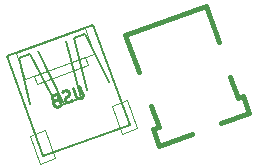
<source format=gbo>
G04 (created by PCBNEW-RS274X (2011-nov-30)-testing) date Mon 30 Apr 2012 11:55:02 PM EDT*
G01*
G70*
G90*
%MOIN*%
G04 Gerber Fmt 3.4, Leading zero omitted, Abs format*
%FSLAX34Y34*%
G04 APERTURE LIST*
%ADD10C,0.006000*%
%ADD11C,0.015000*%
%ADD12C,0.002600*%
%ADD13C,0.005000*%
%ADD14C,0.012000*%
%ADD15C,0.010000*%
G04 APERTURE END LIST*
G54D10*
G54D11*
X-11437Y49473D02*
X-12518Y49079D01*
X-12518Y49079D02*
X-12723Y49643D01*
X-12723Y49643D02*
X-12535Y49711D01*
X-12535Y49711D02*
X-12791Y50416D01*
X-09904Y50669D02*
X-10160Y51374D01*
X-09904Y50669D02*
X-09716Y50738D01*
X-09716Y50738D02*
X-09511Y50174D01*
X-09511Y50174D02*
X-10450Y49832D01*
X-10524Y52519D02*
X-10968Y53740D01*
X-10968Y53740D02*
X-13646Y52765D01*
X-13646Y52765D02*
X-13202Y51544D01*
G54D12*
X-16322Y49595D02*
X-15986Y48671D01*
X-15986Y48671D02*
X-16504Y48482D01*
X-16840Y49407D02*
X-16504Y48482D01*
X-16322Y49595D02*
X-16840Y49407D01*
X-13585Y50592D02*
X-13248Y49667D01*
X-13248Y49667D02*
X-13766Y49478D01*
X-14103Y50403D02*
X-13766Y49478D01*
X-13585Y50592D02*
X-14103Y50403D01*
X-15008Y53005D02*
X-14695Y52145D01*
X-14695Y52145D02*
X-16988Y51311D01*
X-17301Y52171D02*
X-16988Y51311D01*
X-15008Y53005D02*
X-17301Y52171D01*
X-14982Y52041D02*
X-14877Y51754D01*
X-14877Y51754D02*
X-16597Y51128D01*
X-16702Y51415D02*
X-16597Y51128D01*
X-14982Y52041D02*
X-16702Y51415D01*
G54D13*
X-17597Y52063D02*
X-14712Y53113D01*
X-16386Y48735D02*
X-13501Y49785D01*
X-17597Y52063D02*
X-16386Y48735D01*
X-14712Y53113D02*
X-13501Y49785D01*
X-16843Y50453D02*
X-17197Y51999D01*
X-17197Y51999D02*
X-16827Y52134D01*
X-16827Y52134D02*
X-16104Y50722D01*
X-14188Y51210D02*
X-14978Y52807D01*
X-14978Y52807D02*
X-15348Y52672D01*
X-15348Y52672D02*
X-14927Y50940D01*
X-16550Y52235D02*
X-15692Y50454D01*
X-15692Y50454D02*
X-15137Y50655D01*
X-15137Y50655D02*
X-15625Y52571D01*
G54D14*
G54D15*
X-15178Y51085D02*
X-15067Y50781D01*
X-15072Y50739D01*
X-15083Y50714D01*
X-15112Y50683D01*
X-15185Y50657D01*
X-15227Y50662D01*
X-15251Y50673D01*
X-15282Y50703D01*
X-15393Y51007D01*
X-15423Y50591D02*
X-15470Y50553D01*
X-15561Y50520D01*
X-15603Y50525D01*
X-15627Y50537D01*
X-15658Y50566D01*
X-15671Y50601D01*
X-15666Y50644D01*
X-15655Y50669D01*
X-15626Y50700D01*
X-15560Y50744D01*
X-15531Y50775D01*
X-15520Y50799D01*
X-15515Y50841D01*
X-15528Y50877D01*
X-15559Y50906D01*
X-15583Y50918D01*
X-15625Y50923D01*
X-15715Y50890D01*
X-15762Y50852D01*
X-15991Y50587D02*
X-16038Y50550D01*
X-16049Y50526D01*
X-16053Y50483D01*
X-16034Y50429D01*
X-16003Y50400D01*
X-15979Y50388D01*
X-15937Y50384D01*
X-15793Y50436D01*
X-15930Y50812D01*
X-16056Y50766D01*
X-16085Y50735D01*
X-16096Y50711D01*
X-16101Y50669D01*
X-16088Y50633D01*
X-16057Y50604D01*
X-16033Y50592D01*
X-15991Y50587D01*
X-15865Y50633D01*
M02*

</source>
